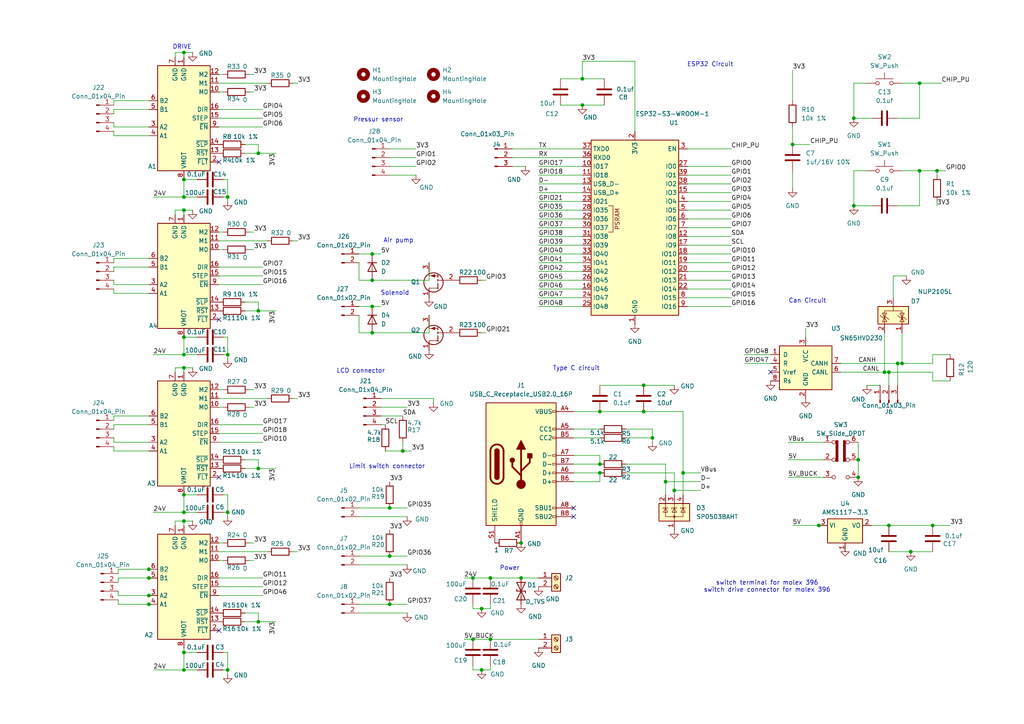
<source format=kicad_sch>
(kicad_sch (version 20250114) (generator "eeschema") (generator_version "9.0")
  (paper "A4")
  (text "Air pump" (at 115.57 69.85 0) (effects (font (size 1.27 1.27))))
  (text "Limit switch connector" (at 112.268 135.382 0) (effects (font (size 1.27 1.27))))
  (text "Solenoid" (at 114.554 85.09 0) (effects (font (size 1.27 1.27))))
  (text "Pressur sensor" (at 109.728 34.798 0) (effects (font (size 1.27 1.27))))
  (text "LCD connector" (at 104.648 107.696 0) (effects (font (size 1.27 1.27))))
  (text "Type C circuit" (at 167.132 106.934 0) (effects (font (size 1.27 1.27))))
  (text "Can Circuit\n\n" (at 234.188 88.392 0) (effects (font (size 1.27 1.27))))
  (text "Power" (at 147.828 164.846 0) (effects (font (size 1.27 1.27))))
  (text "ESP32 Circuit\n\n" (at 205.994 19.812 0) (effects (font (size 1.27 1.27))))
  (text "DRIVE" (at 52.832 13.716 0) (effects (font (size 1.27 1.27))))
  (text "switch terminal for molex 396\nswitch drive connector for molex 396\n" (at 222.504 170.18 0) (effects (font (size 1.27 1.27))))
  (junction (at 66.04 102.87))
  (junction (at 53.34 15.24))
  (junction (at 270.51 152.4))
  (junction (at 53.34 189.23))
  (junction (at 43.18 175.26))
  (junction (at 142.24 185.42))
  (junction (at 107.95 73.66))
  (junction (at 113.03 147.32))
  (junction (at 264.16 160.02))
  (junction (at 74.93 135.89))
  (junction (at 107.95 96.52))
  (junction (at 186.69 111.76))
  (junction (at 53.34 102.87))
  (junction (at 247.65 34.29))
  (junction (at 237.49 152.4))
  (junction (at 53.34 52.07))
  (junction (at 271.78 49.53))
  (junction (at 266.7 24.13))
  (junction (at 53.34 106.68))
  (junction (at 151.13 167.64))
  (junction (at 173.99 134.62))
  (junction (at 116.84 130.81))
  (junction (at 257.81 107.95))
  (junction (at 53.34 151.13))
  (junction (at 142.24 167.64))
  (junction (at 151.13 157.48))
  (junction (at 261.62 105.41))
  (junction (at 74.93 44.45))
  (junction (at 248.92 138.43))
  (junction (at 43.18 172.72))
  (junction (at 186.69 119.38))
  (junction (at 260.35 105.41))
  (junction (at 139.7 194.31))
  (junction (at 256.54 107.95))
  (junction (at 173.99 137.16))
  (junction (at 173.99 119.38))
  (junction (at 53.34 148.59))
  (junction (at 248.92 133.35))
  (junction (at 168.91 22.86))
  (junction (at 139.7 176.53))
  (junction (at 266.7 49.53))
  (junction (at 198.12 137.16))
  (junction (at 66.04 57.15))
  (junction (at 247.65 59.69))
  (junction (at 137.16 185.42))
  (junction (at 74.93 90.17))
  (junction (at 66.04 194.31))
  (junction (at 53.34 57.15))
  (junction (at 53.34 143.51))
  (junction (at 229.87 41.91))
  (junction (at 107.95 88.9))
  (junction (at 53.34 194.31))
  (junction (at 195.58 142.24))
  (junction (at 113.03 175.26))
  (junction (at 107.95 81.28))
  (junction (at 113.03 161.29))
  (junction (at 193.04 139.7))
  (junction (at 43.18 167.64))
  (junction (at 53.34 97.79))
  (junction (at 168.91 30.48))
  (junction (at 53.34 60.96))
  (junction (at 74.93 180.34))
  (junction (at 66.04 148.59))
  (junction (at 189.23 127))
  (junction (at 43.18 165.1))
  (junction (at 257.81 152.4))
  (junction (at 137.16 167.64))
  (no_connect (at 166.37 147.32))
  (no_connect (at 63.5 138.43))
  (no_connect (at 63.5 46.99))
  (no_connect (at 166.37 149.86))
  (no_connect (at 63.5 92.71))
  (no_connect (at 223.52 107.95))
  (no_connect (at 63.5 182.88))
  (wire (pts (xy 198.12 143.51) (xy 198.12 137.16)))
  (wire (pts (xy 142.24 194.31) (xy 139.7 194.31)))
  (wire (pts (xy 104.14 81.28) (xy 107.95 81.28)))
  (wire (pts (xy 53.34 97.79) (xy 53.34 96.52)))
  (wire (pts (xy 116.84 130.81) (xy 116.84 128.27)))
  (wire (pts (xy 173.99 119.38) (xy 166.37 119.38)))
  (wire (pts (xy 43.18 77.47) (xy 33.02 77.47)))
  (wire (pts (xy 173.99 111.76) (xy 186.69 111.76)))
  (wire (pts (xy 125.73 115.57) (xy 125.73 116.84)))
  (wire (pts (xy 261.62 105.41) (xy 270.51 105.41)))
  (wire (pts (xy 261.62 24.13) (xy 266.7 24.13)))
  (wire (pts (xy 110.49 120.65) (xy 116.84 120.65)))
  (wire (pts (xy 156.21 73.66) (xy 168.91 73.66)))
  (wire (pts (xy 251.46 111.76) (xy 255.27 111.76)))
  (wire (pts (xy 243.84 107.95) (xy 256.54 107.95)))
  (wire (pts (xy 156.21 66.04) (xy 168.91 66.04)))
  (wire (pts (xy 53.34 194.31) (xy 53.34 189.23)))
  (wire (pts (xy 256.54 107.95) (xy 257.81 107.95)))
  (wire (pts (xy 53.34 151.13) (xy 55.88 151.13)))
  (wire (pts (xy 80.01 180.34) (xy 74.93 180.34)))
  (wire (pts (xy 251.46 24.13) (xy 247.65 24.13)))
  (wire (pts (xy 229.87 152.4) (xy 237.49 152.4)))
  (wire (pts (xy 256.54 96.52) (xy 256.54 107.95)))
  (wire (pts (xy 166.37 139.7) (xy 173.99 139.7)))
  (wire (pts (xy 168.91 17.78) (xy 168.91 22.86)))
  (wire (pts (xy 124.46 81.28) (xy 124.46 76.2)))
  (wire (pts (xy 189.23 124.46) (xy 189.23 127)))
  (wire (pts (xy 63.5 24.13) (xy 77.47 24.13)))
  (wire (pts (xy 113.03 161.29) (xy 118.11 161.29)))
  (wire (pts (xy 199.39 55.88) (xy 212.09 55.88)))
  (wire (pts (xy 228.6 138.43) (xy 238.76 138.43)))
  (wire (pts (xy 43.18 123.19) (xy 33.02 123.19)))
  (wire (pts (xy 33.02 128.27) (xy 33.02 127)))
  (wire (pts (xy 53.34 60.96) (xy 55.88 60.96)))
  (wire (pts (xy 193.04 139.7) (xy 203.2 139.7)))
  (wire (pts (xy 43.18 130.81) (xy 33.02 130.81)))
  (wire (pts (xy 189.23 127) (xy 189.23 128.27)))
  (wire (pts (xy 139.7 96.52) (xy 140.97 96.52)))
  (wire (pts (xy 80.01 135.89) (xy 74.93 135.89)))
  (wire (pts (xy 50.8 152.4) (xy 50.8 151.13)))
  (wire (pts (xy 156.21 48.26) (xy 168.91 48.26)))
  (wire (pts (xy 53.34 189.23) (xy 53.34 187.96)))
  (wire (pts (xy 104.14 81.28) (xy 104.14 76.2)))
  (wire (pts (xy 175.26 30.48) (xy 168.91 30.48)))
  (wire (pts (xy 64.77 148.59) (xy 66.04 148.59)))
  (wire (pts (xy 64.77 143.51) (xy 66.04 143.51)))
  (wire (pts (xy 104.14 73.66) (xy 107.95 73.66)))
  (wire (pts (xy 74.93 180.34) (xy 71.12 180.34)))
  (wire (pts (xy 53.34 152.4) (xy 53.34 151.13)))
  (wire (pts (xy 80.01 90.17) (xy 74.93 90.17)))
  (wire (pts (xy 142.24 175.26) (xy 142.24 176.53)))
  (wire (pts (xy 168.91 30.48) (xy 162.56 30.48)))
  (wire (pts (xy 266.7 34.29) (xy 260.35 34.29)))
  (wire (pts (xy 245.11 158.75) (xy 245.11 160.02)))
  (wire (pts (xy 33.02 39.37) (xy 33.02 38.1)))
  (wire (pts (xy 134.62 185.42) (xy 137.16 185.42)))
  (wire (pts (xy 104.14 149.86) (xy 118.11 149.86)))
  (wire (pts (xy 229.87 41.91) (xy 234.95 41.91)))
  (wire (pts (xy 63.5 172.72) (xy 76.2 172.72)))
  (wire (pts (xy 73.66 118.11) (xy 72.39 118.11)))
  (wire (pts (xy 199.39 50.8) (xy 212.09 50.8)))
  (wire (pts (xy 199.39 81.28) (xy 212.09 81.28)))
  (wire (pts (xy 74.93 177.8) (xy 74.93 180.34)))
  (wire (pts (xy 53.34 148.59) (xy 53.34 143.51)))
  (wire (pts (xy 156.21 86.36) (xy 168.91 86.36)))
  (wire (pts (xy 156.21 76.2) (xy 168.91 76.2)))
  (wire (pts (xy 156.21 81.28) (xy 168.91 81.28)))
  (wire (pts (xy 57.15 52.07) (xy 53.34 52.07)))
  (wire (pts (xy 181.61 134.62) (xy 193.04 134.62)))
  (wire (pts (xy 184.15 17.78) (xy 168.91 17.78)))
  (wire (pts (xy 199.39 60.96) (xy 212.09 60.96)))
  (wire (pts (xy 199.39 73.66) (xy 212.09 73.66)))
  (wire (pts (xy 156.21 71.12) (xy 168.91 71.12)))
  (wire (pts (xy 198.12 119.38) (xy 186.69 119.38)))
  (wire (pts (xy 63.5 157.48) (xy 64.77 157.48)))
  (wire (pts (xy 243.84 105.41) (xy 260.35 105.41)))
  (wire (pts (xy 34.29 172.72) (xy 34.29 171.45)))
  (wire (pts (xy 71.12 133.35) (xy 74.93 133.35)))
  (wire (pts (xy 63.5 115.57) (xy 77.47 115.57)))
  (wire (pts (xy 186.69 111.76) (xy 195.58 111.76)))
  (wire (pts (xy 66.04 97.79) (xy 66.04 102.87)))
  (wire (pts (xy 166.37 132.08) (xy 173.99 132.08)))
  (wire (pts (xy 64.77 194.31) (xy 66.04 194.31)))
  (wire (pts (xy 166.37 124.46) (xy 173.99 124.46)))
  (wire (pts (xy 33.02 31.75) (xy 33.02 33.02)))
  (wire (pts (xy 86.36 115.57) (xy 85.09 115.57)))
  (wire (pts (xy 44.45 148.59) (xy 53.34 148.59)))
  (wire (pts (xy 166.37 127) (xy 173.99 127)))
  (wire (pts (xy 64.77 102.87) (xy 66.04 102.87)))
  (wire (pts (xy 107.95 81.28) (xy 124.46 81.28)))
  (wire (pts (xy 142.24 185.42) (xy 156.21 185.42)))
  (wire (pts (xy 104.14 177.8) (xy 118.11 177.8)))
  (wire (pts (xy 270.51 102.87) (xy 275.59 102.87)))
  (wire (pts (xy 33.02 85.09) (xy 33.02 83.82)))
  (wire (pts (xy 63.5 82.55) (xy 76.2 82.55)))
  (wire (pts (xy 166.37 134.62) (xy 173.99 134.62)))
  (wire (pts (xy 74.93 44.45) (xy 71.12 44.45)))
  (wire (pts (xy 63.5 80.01) (xy 76.2 80.01)))
  (wire (pts (xy 215.9 105.41) (xy 223.52 105.41)))
  (wire (pts (xy 34.29 167.64) (xy 34.29 168.91)))
  (wire (pts (xy 173.99 132.08) (xy 173.99 134.62)))
  (wire (pts (xy 34.29 175.26) (xy 34.29 173.99)))
  (wire (pts (xy 116.84 130.81) (xy 119.38 130.81)))
  (wire (pts (xy 248.92 133.35) (xy 248.92 138.43)))
  (wire (pts (xy 63.5 160.02) (xy 77.47 160.02)))
  (wire (pts (xy 57.15 57.15) (xy 53.34 57.15)))
  (wire (pts (xy 142.24 176.53) (xy 139.7 176.53)))
  (wire (pts (xy 33.02 130.81) (xy 33.02 129.54)))
  (wire (pts (xy 74.93 87.63) (xy 74.93 90.17)))
  (wire (pts (xy 33.02 77.47) (xy 33.02 78.74)))
  (wire (pts (xy 193.04 143.51) (xy 193.04 139.7)))
  (wire (pts (xy 74.93 135.89) (xy 71.12 135.89)))
  (wire (pts (xy 86.36 160.02) (xy 85.09 160.02)))
  (wire (pts (xy 199.39 66.04) (xy 212.09 66.04)))
  (wire (pts (xy 156.21 78.74) (xy 168.91 78.74)))
  (wire (pts (xy 43.18 82.55) (xy 33.02 82.55)))
  (wire (pts (xy 104.14 175.26) (xy 113.03 175.26)))
  (wire (pts (xy 270.51 105.41) (xy 270.51 102.87)))
  (wire (pts (xy 156.21 58.42) (xy 168.91 58.42)))
  (wire (pts (xy 50.8 16.51) (xy 50.8 15.24)))
  (wire (pts (xy 63.5 21.59) (xy 64.77 21.59)))
  (wire (pts (xy 63.5 31.75) (xy 76.2 31.75)))
  (wire (pts (xy 63.5 123.19) (xy 76.2 123.19)))
  (wire (pts (xy 266.7 49.53) (xy 266.7 59.69)))
  (wire (pts (xy 63.5 67.31) (xy 64.77 67.31)))
  (wire (pts (xy 237.49 152.4) (xy 240.03 152.4)))
  (wire (pts (xy 50.8 15.24) (xy 53.34 15.24)))
  (wire (pts (xy 199.39 58.42) (xy 212.09 58.42)))
  (wire (pts (xy 199.39 71.12) (xy 212.09 71.12)))
  (wire (pts (xy 248.92 128.27) (xy 248.92 133.35)))
  (wire (pts (xy 66.04 57.15) (xy 66.04 58.42)))
  (wire (pts (xy 270.51 160.02) (xy 264.16 160.02)))
  (wire (pts (xy 113.03 43.18) (xy 120.65 43.18)))
  (wire (pts (xy 63.5 26.67) (xy 64.77 26.67)))
  (wire (pts (xy 43.18 167.64) (xy 34.29 167.64)))
  (wire (pts (xy 43.18 175.26) (xy 34.29 175.26)))
  (wire (pts (xy 74.93 133.35) (xy 74.93 135.89)))
  (wire (pts (xy 71.12 41.91) (xy 74.93 41.91)))
  (wire (pts (xy 63.5 69.85) (xy 77.47 69.85)))
  (wire (pts (xy 266.7 24.13) (xy 273.05 24.13)))
  (wire (pts (xy 271.78 59.69) (xy 271.78 58.42)))
  (wire (pts (xy 199.39 86.36) (xy 212.09 86.36)))
  (wire (pts (xy 199.39 88.9) (xy 212.09 88.9)))
  (wire (pts (xy 86.36 69.85) (xy 85.09 69.85)))
  (wire (pts (xy 137.16 167.64) (xy 142.24 167.64)))
  (wire (pts (xy 156.21 88.9) (xy 168.91 88.9)))
  (wire (pts (xy 156.21 50.8) (xy 168.91 50.8)))
  (wire (pts (xy 257.81 107.95) (xy 257.81 111.76)))
  (wire (pts (xy 259.08 86.36) (xy 259.08 80.01)))
  (wire (pts (xy 233.68 95.25) (xy 233.68 97.79)))
  (wire (pts (xy 113.03 45.72) (xy 120.65 45.72)))
  (wire (pts (xy 162.56 22.86) (xy 168.91 22.86)))
  (wire (pts (xy 257.81 152.4) (xy 270.51 152.4)))
  (wire (pts (xy 199.39 68.58) (xy 212.09 68.58)))
  (wire (pts (xy 63.5 125.73) (xy 76.2 125.73)))
  (wire (pts (xy 43.18 31.75) (xy 33.02 31.75)))
  (wire (pts (xy 66.04 189.23) (xy 66.04 194.31)))
  (wire (pts (xy 270.51 107.95) (xy 270.51 110.49)))
  (wire (pts (xy 74.93 41.91) (xy 74.93 44.45)))
  (wire (pts (xy 43.18 128.27) (xy 33.02 128.27)))
  (wire (pts (xy 260.35 105.41) (xy 261.62 105.41)))
  (wire (pts (xy 43.18 36.83) (xy 33.02 36.83)))
  (wire (pts (xy 53.34 106.68) (xy 55.88 106.68)))
  (wire (pts (xy 156.21 83.82) (xy 168.91 83.82)))
  (wire (pts (xy 260.35 105.41) (xy 260.35 111.76)))
  (wire (pts (xy 168.91 22.86) (xy 175.26 22.86)))
  (wire (pts (xy 73.66 162.56) (xy 72.39 162.56)))
  (wire (pts (xy 63.5 170.18) (xy 76.2 170.18)))
  (wire (pts (xy 33.02 120.65) (xy 33.02 121.92)))
  (wire (pts (xy 33.02 74.93) (xy 33.02 76.2)))
  (wire (pts (xy 113.03 48.26) (xy 120.65 48.26)))
  (wire (pts (xy 229.87 49.53) (xy 229.87 54.61)))
  (wire (pts (xy 53.34 107.95) (xy 53.34 106.68)))
  (wire (pts (xy 73.66 113.03) (xy 72.39 113.03)))
  (wire (pts (xy 110.49 118.11) (xy 118.11 118.11)))
  (wire (pts (xy 57.15 143.51) (xy 53.34 143.51)))
  (wire (pts (xy 73.66 72.39) (xy 72.39 72.39)))
  (wire (pts (xy 104.14 88.9) (xy 107.95 88.9)))
  (wire (pts (xy 86.36 24.13) (xy 85.09 24.13)))
  (wire (pts (xy 229.87 20.32) (xy 229.87 29.21)))
  (wire (pts (xy 173.99 119.38) (xy 186.69 119.38)))
  (wire (pts (xy 74.93 90.17) (xy 71.12 90.17)))
  (wire (pts (xy 44.45 194.31) (xy 53.34 194.31)))
  (wire (pts (xy 270.51 110.49) (xy 275.59 110.49)))
  (wire (pts (xy 110.49 115.57) (xy 125.73 115.57)))
  (wire (pts (xy 73.66 21.59) (xy 72.39 21.59)))
  (wire (pts (xy 63.5 167.64) (xy 76.2 167.64)))
  (wire (pts (xy 44.45 175.26) (xy 43.18 175.26)))
  (wire (pts (xy 270.51 152.4) (xy 275.59 152.4)))
  (wire (pts (xy 148.59 45.72) (xy 168.91 45.72)))
  (wire (pts (xy 113.03 175.26) (xy 118.11 175.26)))
  (wire (pts (xy 266.7 24.13) (xy 266.7 34.29)))
  (wire (pts (xy 104.14 96.52) (xy 104.14 91.44)))
  (wire (pts (xy 53.34 62.23) (xy 53.34 60.96)))
  (wire (pts (xy 104.14 161.29) (xy 113.03 161.29)))
  (wire (pts (xy 53.34 15.24) (xy 55.88 15.24)))
  (wire (pts (xy 251.46 49.53) (xy 247.65 49.53)))
  (wire (pts (xy 43.18 39.37) (xy 33.02 39.37)))
  (wire (pts (xy 156.21 68.58) (xy 168.91 68.58)))
  (wire (pts (xy 252.73 59.69) (xy 247.65 59.69)))
  (wire (pts (xy 124.46 96.52) (xy 124.46 91.44)))
  (wire (pts (xy 271.78 50.8) (xy 271.78 49.53)))
  (wire (pts (xy 53.34 52.07) (xy 53.34 50.8)))
  (wire (pts (xy 44.45 172.72) (xy 43.18 172.72)))
  (wire (pts (xy 110.49 123.19) (xy 111.76 123.19)))
  (wire (pts (xy 156.21 63.5) (xy 168.91 63.5)))
  (wire (pts (xy 57.15 102.87) (xy 53.34 102.87)))
  (wire (pts (xy 63.5 72.39) (xy 64.77 72.39)))
  (wire (pts (xy 156.21 55.88) (xy 168.91 55.88)))
  (wire (pts (xy 43.18 120.65) (xy 33.02 120.65)))
  (wire (pts (xy 50.8 60.96) (xy 53.34 60.96)))
  (wire (pts (xy 63.5 118.11) (xy 64.77 118.11)))
  (wire (pts (xy 50.8 107.95) (xy 50.8 106.68)))
  (wire (pts (xy 57.15 194.31) (xy 53.34 194.31)))
  (wire (pts (xy 181.61 137.16) (xy 195.58 137.16)))
  (wire (pts (xy 63.5 34.29) (xy 76.2 34.29)))
  (wire (pts (xy 66.04 148.59) (xy 66.04 149.86)))
  (wire (pts (xy 63.5 113.03) (xy 64.77 113.03)))
  (wire (pts (xy 63.5 77.47) (xy 76.2 77.47)))
  (wire (pts (xy 195.58 142.24) (xy 195.58 137.16)))
  (wire (pts (xy 34.29 165.1) (xy 34.29 166.37)))
  (wire (pts (xy 66.04 194.31) (xy 66.04 195.58)))
  (wire (pts (xy 199.39 63.5) (xy 212.09 63.5)))
  (wire (pts (xy 166.37 137.16) (xy 173.99 137.16)))
  (wire (pts (xy 137.16 193.04) (xy 137.16 194.31)))
  (wire (pts (xy 199.39 43.18) (xy 212.09 43.18)))
  (wire (pts (xy 199.39 48.26) (xy 212.09 48.26)))
  (wire (pts (xy 199.39 76.2) (xy 212.09 76.2)))
  (wire (pts (xy 252.73 152.4) (xy 257.81 152.4)))
  (wire (pts (xy 50.8 151.13) (xy 53.34 151.13)))
  (wire (pts (xy 259.08 80.01) (xy 262.89 80.01)))
  (wire (pts (xy 181.61 127) (xy 189.23 127)))
  (wire (pts (xy 53.34 57.15) (xy 53.34 52.07)))
  (wire (pts (xy 148.59 43.18) (xy 168.91 43.18)))
  (wire (pts (xy 44.45 167.64) (xy 43.18 167.64)))
  (wire (pts (xy 43.18 74.93) (xy 33.02 74.93)))
  (wire (pts (xy 228.6 128.27) (xy 238.76 128.27)))
  (wire (pts (xy 137.16 185.42) (xy 142.24 185.42)))
  (wire (pts (xy 148.59 48.26) (xy 152.4 48.26)))
  (wire (pts (xy 73.66 26.67) (xy 72.39 26.67)))
  (wire (pts (xy 50.8 62.23) (xy 50.8 60.96)))
  (wire (pts (xy 137.16 176.53) (xy 139.7 176.53)))
  (wire (pts (xy 64.77 189.23) (xy 66.04 189.23)))
  (wire (pts (xy 261.62 96.52) (xy 261.62 105.41)))
  (wire (pts (xy 173.99 137.16) (xy 173.99 139.7)))
  (wire (pts (xy 44.45 102.87) (xy 53.34 102.87)))
  (wire (pts (xy 199.39 78.74) (xy 212.09 78.74)))
  (wire (pts (xy 33.02 123.19) (xy 33.02 124.46)))
  (wire (pts (xy 193.04 139.7) (xy 193.04 134.62)))
  (wire (pts (xy 66.04 143.51) (xy 66.04 148.59)))
  (wire (pts (xy 266.7 59.69) (xy 260.35 59.69)))
  (wire (pts (xy 33.02 36.83) (xy 33.02 35.56)))
  (wire (pts (xy 252.73 34.29) (xy 247.65 34.29)))
  (wire (pts (xy 53.34 102.87) (xy 53.34 97.79)))
  (wire (pts (xy 33.02 82.55) (xy 33.02 81.28)))
  (wire (pts (xy 104.14 163.83) (xy 118.11 163.83)))
  (wire (pts (xy 134.62 167.64) (xy 137.16 167.64)))
  (wire (pts (xy 43.18 165.1) (xy 34.29 165.1)))
  (wire (pts (xy 142.24 167.64) (xy 151.13 167.64)))
  (wire (pts (xy 63.5 162.56) (xy 64.77 162.56)))
  (wire (pts (xy 107.95 73.66) (xy 110.49 73.66)))
  (wire (pts (xy 53.34 16.51) (xy 53.34 15.24)))
  (wire (pts (xy 33.02 29.21) (xy 33.02 30.48)))
  (wire (pts (xy 73.66 67.31) (xy 72.39 67.31)))
  (wire (pts (xy 104.14 96.52) (xy 107.95 96.52)))
  (wire (pts (xy 137.16 194.31) (xy 139.7 194.31)))
  (wire (pts (xy 57.15 189.23) (xy 53.34 189.23)))
  (wire (pts (xy 228.6 133.35) (xy 238.76 133.35)))
  (wire (pts (xy 107.95 96.52) (xy 124.46 96.52)))
  (wire (pts (xy 64.77 52.07) (xy 66.04 52.07)))
  (wire (pts (xy 199.39 83.82) (xy 212.09 83.82)))
  (wire (pts (xy 64.77 97.79) (xy 66.04 97.79)))
  (wire (pts (xy 73.66 157.48) (xy 72.39 157.48)))
  (wire (pts (xy 113.03 50.8) (xy 120.65 50.8)))
  (wire (pts (xy 64.77 57.15) (xy 66.04 57.15)))
  (wire (pts (xy 80.01 44.45) (xy 74.93 44.45)))
  (wire (pts (xy 57.15 97.79) (xy 53.34 97.79)))
  (wire (pts (xy 44.45 57.15) (xy 53.34 57.15)))
  (wire (pts (xy 181.61 124.46) (xy 189.23 124.46)))
  (wire (pts (xy 247.65 24.13) (xy 247.65 34.29)))
  (wire (pts (xy 142.24 193.04) (xy 142.24 194.31)))
  (wire (pts (xy 71.12 177.8) (xy 74.93 177.8)))
  (wire (pts (xy 43.18 172.72) (xy 34.29 172.72)))
  (wire (pts (xy 71.12 87.63) (xy 74.93 87.63)))
  (wire (pts (xy 139.7 81.28) (xy 140.97 81.28)))
  (wire (pts (xy 257.81 107.95) (xy 270.51 107.95)))
  (wire (pts (xy 53.34 143.51) (xy 53.34 142.24)))
  (wire (pts (xy 43.18 85.09) (xy 33.02 85.09)))
  (wire (pts (xy 66.04 102.87) (xy 66.04 104.14)))
  (wire (pts (xy 137.16 175.26) (xy 137.16 176.53)))
  (wire (pts (xy 266.7 49.53) (xy 271.78 49.53)))
  (wire (pts (xy 50.8 106.68) (xy 53.34 106.68)))
  (wire (pts (xy 44.45 165.1) (xy 43.18 165.1)))
  (wire (pts (xy 57.15 148.59) (xy 53.34 148.59)))
  (wire (pts (xy 229.87 36.83) (xy 229.87 41.91)))
  (wire (pts (xy 271.78 49.53) (xy 274.32 49.53)))
  (wire (pts (xy 198.12 137.16) (xy 198.12 119.38)))
  (wire (pts (xy 198.12 137.16) (xy 203.2 137.16)))
  (wire (pts (xy 111.76 130.81) (xy 116.84 130.81)))
  (wire (pts (xy 107.95 88.9) (xy 110.49 88.9)))
  (wire (pts (xy 151.13 167.64) (xy 156.21 167.64)))
  (wire (pts (xy 195.58 142.24) (xy 203.2 142.24)))
  (wire (pts (xy 63.5 128.27) (xy 76.2 128.27)))
  (wire (pts (xy 43.18 29.21) (xy 33.02 29.21)))
  (wire (pts (xy 247.65 49.53) (xy 247.65 59.69)))
  (wire (pts (xy 264.16 160.02) (xy 257.81 160.02)))
  (wire (pts (xy 66.04 52.07) (xy 66.04 57.15)))
  (wire (pts (xy 184.15 38.1) (xy 184.15 17.78)))
  (wire (pts (xy 104.14 147.32) (xy 113.03 147.32)))
  (wire (pts (xy 63.5 36.83) (xy 76.2 36.83)))
  (wire (pts (xy 199.39 53.34) (xy 212.09 53.34)))
  (wire (pts (xy 113.03 147.32) (xy 118.11 147.32)))
  (wire (pts (xy 266.7 49.53) (xy 261.62 49.53)))
  (wire (pts (xy 156.21 53.34) (xy 168.91 53.34)))
  (wire (pts (xy 195.58 143.51) (xy 195.58 142.24)))
  (wire (pts (xy 156.21 60.96) (xy 168.91 60.96)))
  (wire (pts (xy 215.9 102.87) (xy 223.52 102.87)))
  (label "3V3" (at 73.66 67.31 0))
  (label "VBus" (at 228.6 128.27 0))
  (label "3V3" (at 86.36 160.02 0))
  (label "5V" (at 228.6 133.35 0))
  (label "GPIO37" (at 118.11 175.26 0))
  (label "GPIO2" (at 212.09 53.34 0))
  (label "GPIO6" (at 212.09 63.5 0))
  (label "RX" (at 156.21 45.72 0))
  (label "GPIO3" (at 212.09 55.88 0))
  (label "3V3" (at 275.59 152.4 0))
  (label "SCL" (at 111.76 123.19 0))
  (label "D+" (at 156.21 55.88 0))
  (label "GPIO0" (at 274.32 49.53 0))
  (label "3V3" (at 73.66 113.03 0))
  (label "GPIO36" (at 156.21 63.5 0))
  (label "D+" (at 203.2 142.24 0))
  (label "GPIO47" (at 156.21 86.36 0))
  (label "GPIO39" (at 156.21 71.12 0))
  (label "3V3" (at 73.66 157.48 0))
  (label "GPIO3" (at 140.97 81.28 0))
  (label "24V" (at 134.62 167.64 0))
  (label "3V3" (at 73.66 162.56 0))
  (label "GPIO16" (at 212.09 88.9 0))
  (label "3V3" (at 80.01 135.89 270))
  (label "GPIO6" (at 76.2 36.83 0))
  (label "VBus" (at 203.2 137.16 0))
  (label "GPIO7" (at 212.09 66.04 0))
  (label "GPIO11" (at 212.09 76.2 0))
  (label "3V3" (at 73.66 26.67 0))
  (label "3V3" (at 113.03 167.64 0))
  (label "3V3" (at 113.03 139.7 0))
  (label "5V" (at 229.87 152.4 0))
  (label "5V" (at 110.49 88.9 0))
  (label "3V3" (at 80.01 180.34 270))
  (label "GPIO47" (at 215.9 105.41 0))
  (label "3V3" (at 80.01 90.17 270))
  (label "5V" (at 110.49 73.66 0))
  (label "GPIO41" (at 156.21 76.2 0))
  (label "3V3" (at 113.03 153.67 0))
  (label "3V3" (at 271.78 59.69 0))
  (label "GPIO13" (at 212.09 81.28 0))
  (label "3V3" (at 168.91 17.78 0))
  (label "GPIO0" (at 212.09 48.26 0))
  (label "24V" (at 44.45 194.31 0))
  (label "GPIO42" (at 156.21 78.74 0))
  (label "3V3" (at 118.11 118.11 0))
  (label "GPIO48" (at 156.21 88.9 0))
  (label "GPIO2" (at 120.65 48.26 0))
  (label "GPIO15" (at 76.2 80.01 0))
  (label "SCL" (at 212.09 71.12 0))
  (label "CANL" (at 250.19 107.95 0))
  (label "GPIO37" (at 156.21 66.04 0))
  (label "GPIO46" (at 76.2 172.72 0))
  (label "GPIO1" (at 120.65 45.72 0))
  (label "GPIO18" (at 156.21 50.8 0))
  (label "3V3" (at 120.65 43.18 0))
  (label "GPIO46" (at 156.21 83.82 0))
  (label "3V3" (at 80.01 44.45 270))
  (label "3V3" (at 233.68 95.25 0))
  (label "3V3" (at 119.38 130.81 0))
  (label "3V3" (at 86.36 69.85 0))
  (label "SDA" (at 212.09 68.58 0))
  (label "24V" (at 44.45 102.87 0))
  (label "GPIO17" (at 156.21 48.26 0))
  (label "5V_BUCK" (at 134.62 185.42 0))
  (label "GPIO38" (at 156.21 68.58 0))
  (label "GPIO48" (at 215.9 102.87 0))
  (label "GPIO45" (at 156.21 81.28 0))
  (label "GPIO10" (at 212.09 73.66 0))
  (label "3V3" (at 73.66 72.39 0))
  (label "GPIO12" (at 212.09 78.74 0))
  (label "CHIP_PU" (at 212.09 43.18 0))
  (label "3V3" (at 86.36 115.57 0))
  (label "GPIO21" (at 156.21 58.42 0))
  (label "GPIO18" (at 76.2 125.73 0))
  (label "D-" (at 156.21 53.34 0))
  (label "GPIO4" (at 76.2 31.75 0))
  (label "GPIO16" (at 76.2 82.55 0))
  (label "GPIO36" (at 118.11 161.29 0))
  (label "GPIO7" (at 76.2 77.47 0))
  (label "CHIP_PU" (at 234.95 41.91 0))
  (label "GPIO14" (at 212.09 83.82 0))
  (label "GPIO11" (at 76.2 167.64 0))
  (label "5V_BUCK" (at 228.6 138.43 0))
  (label "GPIO35" (at 156.21 60.96 0))
  (label "CANH" (at 248.92 105.41 0))
  (label "TX" (at 156.21 43.18 0))
  (label "D-" (at 203.2 139.7 0))
  (label "GPIO4" (at 212.09 58.42 0))
  (label "GPIO15" (at 212.09 86.36 0))
  (label "GPIO1" (at 212.09 50.8 0))
  (label "GPIO12" (at 76.2 170.18 0))
  (label "GPIO21" (at 140.97 96.52 0))
  (label "SDA" (at 116.84 120.65 0))
  (label "GPIO35" (at 118.11 147.32 0))
  (label "GPIO5" (at 76.2 34.29 0))
  (label "CHIP_PU" (at 273.05 24.13 0))
  (label "GPIO17" (at 76.2 123.19 0))
  (label "3V3" (at 73.66 118.11 0))
  (label "24V" (at 44.45 148.59 0))
  (label "3V3" (at 86.36 24.13 0))
  (label "24V" (at 44.45 57.15 0))
  (label "3V3" (at 229.87 20.32 0))
  (label "GPIO40" (at 156.21 73.66 0))
  (label "GPIO10" (at 76.2 128.27 0))
  (label "GPIO5" (at 212.09 60.96 0))
  (label "3V3" (at 73.66 21.59 0))
  (symbol (lib_id "power:GND") (at 251.46 111.76 0) (unit 1)
    (property "Reference" "#PWR037" (effects (hide yes)))
    (property "Value" "GND" (at 248.92 115.824 0))
    (property "Description" "Power symbol creates a global label with name \"GND\" , ground" (effects (hide yes)))
  )
  (symbol (lib_id "Device:C") (at 256.54 59.69 270) (unit 1)
    (property "Reference" "C9" (at 256.54 52.07 90))
    (property "Value" "0.1uf" (at 256.54 54.61 90))
    (property "Footprint" "Capacitor_SMD:C_0603_1608Metric_Pad1.08x0.95mm_HandSolder" (effects (hide yes)))
    (property "Description" "Unpolarized capacitor" (effects (hide yes)))
  )
  (symbol (lib_id "power:GND") (at 139.7 176.53 0) (unit 1)
    (property "Reference" "#PWR036" (effects (hide yes)))
    (property "Value" "GND" (at 144.272 177.8 0))
    (property "Description" "Power symbol creates a global label with name \"GND\" , ground" (effects (hide yes)))
  )
  (symbol (lib_id "Mechanical:MountingHole") (at 105.41 27.94 0) (unit 1) (in_bom no)
    (property "Reference" "H3" (at 107.95 26.6699 0) (effects (justify left)))
    (property "Value" "MountingHole" (at 107.95 29.2099 0) (effects (justify left)))
    (property "Footprint" "MountingHole:MountingHole_3.2mm_M3" (effects (hide yes)))
    (property "Description" "Mounting Hole without connection" (effects (hide yes)))
  )
  (symbol (lib_id "Device:R") (at 147.32 157.48 90) (unit 1)
    (property "Reference" "R7" (at 147.574 159.766 90))
    (property "Value" "1" (at 144.018 159.512 90))
    (property "Footprint" "Resistor_SMD:R_0603_1608Metric_Pad0.98x0.95mm_HandSolder" (effects (hide yes)))
    (property "Description" "Resistor" (effects (hide yes)))
  )
  (symbol (lib_id "Connector:Conn_01x02_Pin") (at 99.06 161.29 0) (unit 1)
    (property "Reference" "J7" (at 99.695 156.21 0))
    (property "Value" "Conn_01x02_Pin" (at 99.695 158.75 0))
    (property "Footprint" "Connector_Molex:Molex_KK-254_AE-6410-02A_1x02_P2.54mm_Vertical" (effects (hide yes)))
    (property "Description" "Generic connector, single row, 01x02, script generated" (effects (hide yes)))
  )
  (symbol (lib_id "power:GND") (at 66.04 104.14 0) (unit 1)
    (property "Reference" "#PWR027" (effects (hide yes)))
    (property "Value" "GND" (at 69.85 104.394 0))
    (property "Description" "Power symbol creates a global label with name \"GND\" , ground" (effects (hide yes)))
  )
  (symbol (lib_id "Device:R") (at 67.31 180.34 270) (unit 1)
    (property "Reference" "R16" (at 64.516 182.372 90) (effects (justify left)))
    (property "Value" "10k 1%" (at 68.58 182.372 90) (effects (justify left)))
    (property "Footprint" "Resistor_SMD:R_0603_1608Metric_Pad0.98x0.95mm_HandSolder" (effects (hide yes)))
    (property "Description" "Resistor" (effects (hide yes)))
  )
  (symbol (lib_id "Device:R") (at 68.58 21.59 270) (unit 1)
    (property "Reference" "R33" (at 65.786 19.304 90) (effects (justify left)))
    (property "Value" "0" (at 70.358 19.304 90) (effects (justify left)))
    (property "Footprint" "Resistor_SMD:R_0603_1608Metric_Pad0.98x0.95mm_HandSolder" (effects (hide yes)))
    (property "Description" "Resistor" (effects (hide yes)))
  )
  (symbol (lib_id "Device:C") (at 137.16 189.23 0) (unit 1)
    (property "Reference" "C19" (at 133.604 191.516 0))
    (property "Value" "100uF" (at 132.334 187.198 0))
    (property "Footprint" "Capacitor_SMD:CP_Elec_8x10" (effects (hide yes)))
    (property "Description" "Unpolarized capacitor" (effects (hide yes)))
  )
  (symbol (lib_id "Connector:Conn_01x04_Pin") (at 107.95 45.72 0) (unit 1)
    (property "Reference" "J28" (at 108.585 38.1 0))
    (property "Value" "Conn_01x04_Pin" (at 108.585 40.64 0))
    (property "Footprint" "Connector_PinSocket_2.54mm:PinSocket_1x04_P2.54mm_Vertical" (effects (hide yes)))
    (property "Description" "Generic connector, single row, 01x04, script generated" (effects (hide yes)))
  )
  (symbol (lib_id "Device:R") (at 177.8 127 90) (unit 1)
    (property "Reference" "R6" (at 181.61 128.016 90))
    (property "Value" "5.1k" (at 173.228 128.016 90))
    (property "Footprint" "Resistor_SMD:R_0603_1608Metric_Pad0.98x0.95mm_HandSolder" (effects (hide yes)))
    (property "Description" "Resistor" (effects (hide yes)))
  )
  (symbol (lib_id "Connector:Conn_01x03_Pin") (at 257.81 116.84 90) (unit 1)
    (property "Reference" "J6" (at 257.81 119.38 90))
    (property "Value" "Conn_01x03_Pin" (at 257.81 117.602 90))
    (property "Footprint" "Connector_Molex:Molex_KK-254_AE-6410-03A_1x03_P2.54mm_Vertical" (effects (hide yes)))
    (property "Description" "Generic connector, single row, 01x03, script generated" (effects (hide yes)))
  )
  (symbol (lib_id "Device:R") (at 68.58 72.39 270) (unit 1)
    (property "Reference" "R31" (at 65.786 74.422 90) (effects (justify left)))
    (property "Value" "0" (at 70.358 74.676 90) (effects (justify left)))
    (property "Footprint" "Resistor_SMD:R_0603_1608Metric_Pad0.98x0.95mm_HandSolder" (effects (hide yes)))
    (property "Description" "Resistor" (effects (hide yes)))
  )
  (symbol (lib_id "Driver_Motor:Pololu_Breakout_DRV8825") (at 53.34 36.83 180) (unit 1)
    (property "Reference" "A1" (at 42.926 48.26 0) (effects (justify right)))
    (property "Value" "Pololu_Breakout_DRV8825" (effects (hide yes)))
    (property "Footprint" "Module:Pololu_Breakout-16_15.2x20.3mm" (effects (hide yes)))
    (property "Datasheet" "https://www.pololu.com/product/2982" (effects (hide yes)))
    (property "Description" "Pololu Breakout Board, Stepper Driver DRV8825" (effects (hide yes)))
  )
  (symbol (lib_id "Driver_Motor:Pololu_Breakout_DRV8825") (at 53.34 82.55 180) (unit 1)
    (property "Reference" "A4" (at 43.18 94.488 0) (effects (justify right)))
    (property "Value" "Pololu_Breakout_DRV8825" (effects (hide yes)))
    (property "Footprint" "Module:Pololu_Breakout-16_15.2x20.3mm" (effects (hide yes)))
    (property "Datasheet" "https://www.pololu.com/product/2982" (effects (hide yes)))
    (property "Description" "Pololu Breakout Board, Stepper Driver DRV8825" (effects (hide yes)))
  )
  (symbol (lib_id "power:GND") (at 55.88 60.96 0) (unit 1)
    (property "Reference" "#PWR020" (effects (hide yes)))
    (property "Value" "GND" (at 59.69 61.214 0))
    (property "Description" "Power symbol creates a global label with name \"GND\" , ground" (effects (hide yes)))
  )
  (symbol (lib_id "Connector:Conn_01x03_Pin") (at 143.51 45.72 0) (unit 1)
    (property "Reference" "J4" (at 144.018 41.91 0))
    (property "Value" "Conn_01x03_Pin" (at 141.351 38.862 0))
    (property "Footprint" "Connector_PinHeader_2.54mm:PinHeader_1x03_P2.54mm_Vertical" (effects (hide yes)))
    (property "Description" "Generic connector, single row, 01x03, script generated" (effects (hide yes)))
  )
  (symbol (lib_id "Device:C") (at 60.96 189.23 90) (unit 1)
    (property "Reference" "C3" (at 63.754 187.706 90))
    (property "Value" "0.1uF" (at 56.896 187.706 90))
    (property "Footprint" "Capacitor_SMD:C_0603_1608Metric_Pad1.08x0.95mm_HandSolder" (effects (hide yes)))
    (property "Description" "Unpolarized capacitor" (effects (hide yes)))
  )
  (symbol (lib_id "Driver_Motor:Pololu_Breakout_DRV8825") (at 53.34 128.27 180) (unit 1)
    (property "Reference" "A3" (at 42.672 140.208 0) (effects (justify right)))
    (property "Value" "Pololu_Breakout_DRV8825" (effects (hide yes)))
    (property "Footprint" "Module:Pololu_Breakout-16_15.2x20.3mm" (effects (hide yes)))
    (property "Datasheet" "https://www.pololu.com/product/2982" (effects (hide yes)))
    (property "Description" "Pololu Breakout Board, Stepper Driver DRV8825" (effects (hide yes)))
  )
  (symbol (lib_id "Device:R") (at 135.89 96.52 270) (unit 1)
    (property "Reference" "R23" (at 133.096 94.234 90) (effects (justify left)))
    (property "Value" "100" (at 137.16 94.234 90) (effects (justify left)))
    (property "Footprint" "Resistor_SMD:R_0603_1608Metric_Pad0.98x0.95mm_HandSolder" (effects (hide yes)))
    (property "Description" "Resistor" (effects (hide yes)))
  )
  (symbol (lib_id "Device:R") (at 229.87 33.02 0) (unit 1)
    (property "Reference" "R10" (at 232.41 31.7499 0) (effects (justify left)))
    (property "Value" "10k 1%" (at 232.41 34.2899 0) (effects (justify left)))
    (property "Footprint" "Resistor_SMD:R_0603_1608Metric_Pad0.98x0.95mm_HandSolder" (effects (hide yes)))
    (property "Description" "Resistor" (effects (hide yes)))
  )
  (symbol (lib_id "power:GND") (at 124.46 86.36 0) (unit 1)
    (property "Reference" "#PWR09" (effects (hide yes)))
    (property "Value" "GND" (at 127.762 88.9 0))
    (property "Description" "Power symbol creates a global label with name \"GND\" , ground" (effects (hide yes)))
  )
  (symbol (lib_id "Switch:SW_Slide_DPDT") (at 243.84 133.35 0) (unit 1)
    (property "Reference" "SW3" (at 243.84 123.19 0))
    (property "Value" "SW_Slide_DPDT" (at 243.84 125.73 0))
    (property "Footprint" "SLW-1278105:SW_SLW-1678105-6A-N-D" (effects (hide yes)))
    (property "Description" "Slide Switch, dual pole double throw" (effects (hide yes)))
  )
  (symbol (lib_id "power:GND") (at 118.11 163.83 0) (unit 1)
    (property "Reference" "#PWR033" (effects (hide yes)))
    (property "Value" "GND" (at 121.666 165.608 0))
    (property "Description" "Power symbol creates a global label with name \"GND\" , ground" (effects (hide yes)))
  )
  (symbol (lib_id "Device:R") (at 177.8 134.62 90) (unit 1)
    (property "Reference" "R3" (at 181.61 136.144 90))
    (property "Value" "22" (at 177.8 132.588 90))
    (property "Footprint" "Resistor_SMD:R_0603_1608Metric_Pad0.98x0.95mm_HandSolder" (effects (hide yes)))
    (property "Description" "Resistor" (effects (hide yes)))
  )
  (symbol (lib_id "Device:C") (at 186.69 115.57 0) (unit 1)
    (property "Reference" "C2" (at 190.5 114.2999 0) (effects (justify left)))
    (property "Value" "10uf" (at 190.5 116.8399 0) (effects (justify left)))
    (property "Footprint" "Capacitor_SMD:C_0603_1608Metric_Pad1.08x0.95mm_HandSolder" (effects (hide yes)))
    (property "Description" "Unpolarized capacitor" (effects (hide yes)))
  )
  (symbol (lib_id "power:GND") (at 247.65 59.69 0) (unit 1)
    (property "Reference" "#PWR014" (effects (hide yes)))
    (property "Value" "GND" (at 247.65 64.77 0))
    (property "Description" "Power symbol creates a global label with name \"GND\" , ground" (effects (hide yes)))
  )
  (symbol (lib_id "Device:R") (at 81.28 115.57 270) (unit 1)
    (property "Reference" "R29" (at 78.486 113.284 90) (effects (justify left)))
    (property "Value" "0" (at 83.058 113.284 90) (effects (justify left)))
    (property "Footprint" "Resistor_SMD:R_0603_1608Metric_Pad0.98x0.95mm_HandSolder" (effects (hide yes)))
    (property "Description" "Resistor" (effects (hide yes)))
  )
  (symbol (lib_id "Device:C") (at 60.96 194.31 90) (unit 1)
    (property "Reference" "C4" (at 63.754 192.786 90))
    (property "Value" "100uF" (at 56.642 193.04 90))
    (property "Footprint" "Capacitor_SMD:CP_Elec_8x10" (effects (hide yes)))
    (property "Description" "Unpolarized capacitor" (effects (hide yes)))
  )
  (symbol (lib_id "power:GND") (at 156.21 187.96 0) (unit 1)
    (property "Reference" "#PWR06" (effects (hide yes)))
    (property "Value" "GND" (at 156.21 193.04 0))
    (property "Description" "Power symbol creates a global label with name \"GND\" , ground" (effects (hide yes)))
  )
  (symbol (lib_id "Device:R") (at 67.31 87.63 270) (unit 1)
    (property "Reference" "R9" (at 64.516 85.344 90) (effects (justify left)))
    (property "Value" "10k 1%" (at 67.564 85.344 90) (effects (justify left)))
    (property "Footprint" "Resistor_SMD:R_0603_1608Metric_Pad0.98x0.95mm_HandSolder" (effects (hide yes)))
    (property "Description" "Resistor" (effects (hide yes)))
  )
  (symbol (lib_id "power:GND") (at 55.88 151.13 0) (unit 1)
    (property "Reference" "#PWR018" (effects (hide yes)))
    (property "Value" "GND" (at 59.69 151.384 0))
    (property "Description" "Power symbol creates a global label with name \"GND\" , ground" (effects (hide yes)))
  )
  (symbol (lib_id "power:GND") (at 233.68 115.57 0) (unit 1)
    (property "Reference" "#PWR012" (effects (hide yes)))
    (property "Value" "GND" (at 233.68 120.65 0))
    (property "Description" "Power symbol creates a global label with name \"GND\" , ground" (effects (hide yes)))
  )
  (symbol (lib_id "Device:R") (at 68.58 26.67 270) (unit 1)
    (property "Reference" "R34" (at 65.786 28.702 90) (effects (justify left)))
    (property "Value" "0" (at 70.358 28.956 90) (effects (justify left)))
    (property "Footprint" "Resistor_SMD:R_0603_1608Metric_Pad0.98x0.95mm_HandSolder" (effects (hide yes)))
    (property "Description" "Resistor" (effects (hide yes)))
  )
  (symbol (lib_id "power:GND") (at 55.88 15.24 0) (unit 1)
    (property "Reference" "#PWR021" (effects (hide yes)))
    (property "Value" "GND" (at 59.69 15.494 0))
    (property "Description" "Power symbol creates a global label with name \"GND\" , ground" (effects (hide yes)))
  )
  (symbol (lib_id "Device:C") (at 256.54 34.29 270) (unit 1)
    (property "Reference" "C13" (at 256.54 26.67 90))
    (property "Value" "0.1uf" (at 256.54 29.21 90))
    (property "Footprint" "Capacitor_SMD:C_0603_1608Metric_Pad1.08x0.95mm_HandSolder" (effects (hide yes)))
    (property "Description" "Unpolarized capacitor" (effects (hide yes)))
  )
  (symbol (lib_id "Switch:SW_Push") (at 256.54 49.53 0) (unit 1)
    (property "Reference" "SW1" (at 256.54 41.91 0))
    (property "Value" "SW_Push" (at 256.54 44.45 0))
    (property "Footprint" "Button_Switch_SMD:SW_SPST_PTS647_Sx38" (effects (hide yes)))
    (property "Description" "Push button switch, generic, two pins" (effects (hide yes)))
  )
  (symbol (lib_id "Device:R") (at 67.31 41.91 270) (unit 1)
    (property "Reference" "R8" (at 64.516 39.624 90) (effects (justify left)))
    (property "Value" "10k 1%" (at 67.564 39.624 90) (effects (justify left)))
    (property "Footprint" "Resistor_SMD:R_0603_1608Metric_Pad0.98x0.95mm_HandSolder" (effects (hide yes)))
    (property "Description" "Resistor" (effects (hide yes)))
  )
  (symbol (lib_id "Connector:Conn_01x02_Pin") (at 99.06 175.26 0) (unit 1)
    (property "Reference" "J8" (at 99.695 170.18 0))
    (property "Value" "Conn_01x02_Pin" (at 99.695 172.72 0))
    (property "Footprint" "Connector_Molex:Molex_KK-254_AE-6410-02A_1x02_P2.54mm_Vertical" (effects (hide yes)))
    (property "Description" "Generic connector, single row, 01x02, script generated" (effects (hide yes)))
  )
  (symbol (lib_id "Device:R") (at 67.31 135.89 270) (unit 1)
    (property "Reference" "R14" (at 64.516 137.922 90) (effects (justify left)))
    (property "Value" "10k 1%" (at 68.326 137.922 90) (effects (justify left)))
    (property "Footprint" "Resistor_SMD:R_0603_1608Metric_Pad0.98x0.95mm_HandSolder" (effects (hide yes)))
    (property "Description" "Resistor" (effects (hide yes)))
  )
  (symbol (lib_id "Connector:Screw_Terminal_01x02") (at 161.29 185.42 0) (unit 1)
    (property "Reference" "J3" (at 163.83 185.4199 0) (effects (justify left)))
    (property "Value" "Screw_Terminal_01x02" (effects (hide yes)))
    (property "Footprint" "Connector_Molex:Molex_KK-396_A-41792-0002_1x02_P3.96mm_Horizontal" (effects (hide yes)))
    (property "Description" "Generic screw terminal, single row, 01x02, script generated (kicad-library-utils/schlib/autogen/connector/)" (effects (hide yes)))
  )
  (symbol (lib_id "Device:R") (at 68.58 118.11 270) (unit 1)
    (property "Reference" "R28" (at 65.786 120.142 90) (effects (justify left)))
    (property "Value" "0" (at 70.358 120.396 90) (effects (justify left)))
    (property "Footprint" "Resistor_SMD:R_0603_1608Metric_Pad0.98x0.95mm_HandSolder" (effects (hide yes)))
    (property "Description" "Resistor" (effects (hide yes)))
  )
  (symbol (lib_id "Device:C") (at 60.96 143.51 90) (unit 1)
    (property "Reference" "C5" (at 63.754 141.986 90))
    (property "Value" "0.1uF" (at 56.896 141.986 90))
    (property "Footprint" "Capacitor_SMD:C_0603_1608Metric_Pad1.08x0.95mm_HandSolder" (effects (hide yes)))
    (property "Description" "Unpolarized capacitor" (effects (hide yes)))
  )
  (symbol (lib_id "Device:D") (at 107.95 92.71 270) (unit 1)
    (property "Reference" "D4" (at 110.49 91.4399 90) (effects (justify left)))
    (property "Value" "D" (at 110.49 93.9799 90) (effects (justify left)))
    (property "Footprint" "Diode_SMD:D_SMB" (effects (hide yes)))
    (property "Description" "Diode" (effects (hide yes)))
    (property "Sim.Device" "D" (effects (hide yes)))
    (property "Sim.Pins" "1=K 2=A" (effects (hide yes)))
  )
  (symbol (lib_id "power:GND") (at 245.11 158.75 0) (unit 1)
    (property "Reference" "#PWR025" (effects (hide yes)))
    (property "Value" "GND" (at 249.428 160.528 0))
    (property "Description" "Power symbol creates a global label with name \"GND\" , ground" (effects (hide yes)))
  )
  (symbol (lib_id "Driver_Motor:Pololu_Breakout_DRV8825") (at 53.34 172.72 180) (unit 1)
    (property "Reference" "A2" (at 41.91 184.15 0) (effects (justify right)))
    (property "Value" "Pololu_Breakout_DRV8825" (effects (hide yes)))
    (property "Footprint" "Module:Pololu_Breakout-16_15.2x20.3mm" (effects (hide yes)))
    (property "Datasheet" "https://www.pololu.com/product/2982" (effects (hide yes)))
    (property "Description" "Pololu Breakout Board, Stepper Driver DRV8825" (effects (hide yes)))
  )
  (symbol (lib_id "power:GND") (at 151.13 157.48 0) (unit 1)
    (property "Reference" "#PWR02" (effects (hide yes)))
    (property "Value" "GND" (at 154.94 157.734 0))
    (property "Description" "Power symbol creates a global label with name \"GND\" , ground" (effects (hide yes)))
  )
  (symbol (lib_id "Device:R") (at 81.28 160.02 270) (unit 1)
    (property "Reference" "R25" (at 78.486 157.734 90) (effects (justify left)))
    (property "Value" "0" (at 83.058 157.734 90) (effects (justify left)))
    (property "Footprint" "Resistor_SMD:R_0603_1608Metric_Pad0.98x0.95mm_HandSolder" (effects (hide yes)))
    (property "Description" "Resistor" (effects (hide yes)))
  )
  (symbol (lib_id "Device:R") (at 67.31 44.45 270) (unit 1)
    (property "Reference" "R4" (at 64.516 46.482 90) (effects (justify left)))
    (property "Value" "10k 1%" (at 66.802 46.482 90) (effects (justify left)))
    (property "Footprint" "Resistor_SMD:R_0603_1608Metric_Pad0.98x0.95mm_HandSolder" (effects (hide yes)))
    (property "Description" "Resistor" (effects (hide yes)))
  )
  (symbol (lib_id "Device:C") (at 60.96 52.07 90) (unit 1)
    (property "Reference" "C14" (at 63.754 50.546 90))
    (property "Value" "0.1uF" (at 56.896 50.546 90))
    (property "Footprint" "Capacitor_SMD:C_0603_1608Metric_Pad1.08x0.95mm_HandSolder" (effects (hide yes)))
    (property "Description" "Unpolarized capacitor" (effects (hide yes)))
  )
  (symbol (lib_id "Mechanical:MountingHole") (at 125.73 21.59 0) (unit 1) (in_bom no)
    (property "Reference" "H2" (at 128.27 20.3199 0) (effects (justify left)))
    (property "Value" "MountingHole" (at 128.27 22.8599 0) (effects (justify left)))
    (property "Footprint" "MountingHole:MountingHole_3.2mm_M3" (effects (hide yes)))
    (property "Description" "Mounting Hole without connection" (effects (hide yes)))
  )
  (symbol (lib_id "Power_Protection:SP0503BAHT") (at 195.58 148.59 0) (unit 1)
    (property "Reference" "D3" (at 201.93 147.3199 0) (effects (justify left)))
    (property "Value" "SP0503BAHT" (at 201.93 149.8599 0) (effects (justify left)))
    (property "Footprint" "Package_TO_SOT_SMD:SOT-143" (effects (hide yes)))
    (property "Datasheet" "http://www.littelfuse.com/~/media/files/littelfuse/technical%20resources/documents/data%20sheets/sp05xxba.pdf" (effects (hide yes)))
    (property "Description" "TVS Diode Array, 5.5V Standoff, 3 Channels, SOT-143 package" (effects (hide yes)))
  )
  (symbol (lib_id "Device:R") (at 67.31 133.35 270) (unit 1)
    (property "Reference" "R13" (at 64.516 131.064 90) (effects (justify left)))
    (property "Value" "10k 1%" (at 68.58 131.064 90) (effects (justify left)))
    (property "Footprint" "Resistor_SMD:R_0603_1608Metric_Pad0.98x0.95mm_HandSolder" (effects (hide yes)))
    (property "Description" "Resistor" (effects (hide yes)))
  )
  (symbol (lib_id "Device:D_TVS") (at 151.13 171.45 90) (unit 1)
    (property "Reference" "D1" (at 152.908 169.672 90) (effects (justify right)))
    (property "Value" "D_TVS" (at 152.4 174.498 90) (effects (justify right)))
    (property "Footprint" "Diode_SMD:D_SMB" (effects (hide yes)))
    (property "Description" "Bidirectional transient-voltage-suppression diode" (effects (hide yes)))
  )
  (symbol (lib_id "Device:C") (at 60.96 97.79 90) (unit 1)
    (property "Reference" "C10" (at 63.754 96.266 90))
    (property "Value" "0.1uF" (at 56.896 96.266 90))
    (property "Footprint" "Capacitor_SMD:C_0603_1608Metric_Pad1.08x0.95mm_HandSolder" (effects (hide yes)))
    (property "Description" "Unpolarized capacitor" (effects (hide yes)))
  )
  (symbol (lib_id "Device:R") (at 81.28 69.85 270) (unit 1)
    (property "Reference" "R32" (at 78.486 67.564 90) (effects (justify left)))
    (property "Value" "0" (at 83.058 67.564 90) (effects (justify left)))
    (property "Footprint" "Resistor_SMD:R_0603_1608Metric_Pad0.98x0.95mm_HandSolder" (effects (hide yes)))
    (property "Description" "Resistor" (effects (hide yes)))
  )
  (symbol (lib_id "Device:R") (at 113.03 171.45 0) (unit 1)
    (property "Reference" "R21" (at 107.696 171.958 0) (effects (justify left)))
    (property "Value" "10k" (at 107.696 169.926 0) (effects (justify left)))
    (property "Footprint" "Resistor_SMD:R_0603_1608Metric_Pad0.98x0.95mm_HandSolder" (effects (hide yes)))
    (property "Description" "Resistor" (effects (hide yes)))
  )
  (symbol (lib_id "power:GND") (at 223.52 110.49 0) (unit 1)
    (property "Reference" "#PWR016" (effects (hide yes)))
    (property "Value" "GND" (at 223.52 115.57 0))
    (property "Description" "Power symbol creates a global label with name \"GND\" , ground" (effects (hide yes)))
  )
  (symbol (lib_id "power:GND") (at 120.65 50.8 0) (unit 1)
    (property "Reference" "#PWR030" (effects (hide yes)))
    (property "Value" "GND" (at 123.698 54.356 0))
    (property "Description" "Power symbol creates a global label with name \"GND\" , ground" (effects (hide yes)))
  )
  (symbol (lib_id "Interface_CAN_LIN:SN65HVD230") (at 233.68 105.41 0) (unit 1)
    (property "Reference" "U3" (at 241.046 95.25 0) (effects (justify left)))
    (property "Value" "SN65HVD230" (at 243.586 98.044 0) (effects (justify left)))
    (property "Footprint" "Package_SO:SOIC-8_3.9x4.9mm_P1.27mm" (effects (hide yes)))
    (property "Datasheet" "http://www.ti.com/lit/ds/symlink/sn65hvd230.pdf" (effects (hide yes)))
    (property "Description" "CAN Bus Transceivers, 3.3V, 1Mbps, Low-Power capabilities, SOIC-8" (effects (hide yes)))
  )
  (symbol (lib_id "Connector:Conn_01x04_Pin") (at 105.41 118.11 0) (unit 1)
    (property "Reference" "J21" (at 106.045 110.49 0))
    (property "Value" "Conn_01x04_Pin" (at 106.045 113.03 0))
    (property "Footprint" "Connector_Molex:Molex_KK-254_AE-6410-04A_1x04_P2.54mm_Vertical" (effects (hide yes)))
    (property "Description" "Generic connector, single row, 01x04, script generated" (effects (hide yes)))
  )
  (symbol (lib_id "Device:R") (at 81.28 24.13 270) (unit 1)
    (property "Reference" "R35" (at 78.486 21.844 90) (effects (justify left)))
    (property "Value" "0" (at 83.058 21.844 90) (effects (justify left)))
    (property "Footprint" "Resistor_SMD:R_0603_1608Metric_Pad0.98x0.95mm_HandSolder" (effects (hide yes)))
    (property "Description" "Resistor" (effects (hide yes)))
  )
  (symbol (lib_id "Transistor_FET:GS66504B") (at 127 96.52 180) (unit 1)
    (property "Reference" "Q2" (at 121.92 95.7579 0) (effects (justify left)))
    (property "Value" "IRLML6344TRPBF" (effects (hide yes)))
    (property "Footprint" "Package_TO_SOT_SMD:SOT-23" (effects (hide yes)))
    (property "Datasheet" "https://gansystems.com/wp-content/uploads/2020/04/GS66504B-DS-Rev-200402.pdf" (effects (hide yes)))
    (property "Description" "Bottom-side cooled 650 V E-mode GaN transistor, 15A Id, GaN_PX" (effects (hide yes)))
  )
  (symbol (lib_id "Device:C") (at 229.87 45.72 0) (unit 1)
    (property "Reference" "C7" (at 233.68 44.4499 0) (effects (justify left)))
    (property "Value" "1uf/16V 10%" (at 233.68 46.9899 0) (effects (justify left)))
    (property "Footprint" "Capacitor_SMD:C_0603_1608Metric_Pad1.08x0.95mm_HandSolder" (effects (hide yes)))
    (property "Description" "Unpolarized capacitor" (effects (hide yes)))
  )
  (symbol (lib_id "Device:R") (at 67.31 90.17 270) (unit 1)
    (property "Reference" "R11" (at 64.516 92.202 90) (effects (justify left)))
    (property "Value" "10k 1%" (at 68.326 92.202 90) (effects (justify left)))
    (property "Footprint" "Resistor_SMD:R_0603_1608Metric_Pad0.98x0.95mm_HandSolder" (effects (hide yes)))
    (property "Description" "Resistor" (effects (hide yes)))
  )
  (symbol (lib_id "Device:R") (at 68.58 157.48 270) (unit 1)
    (property "Reference" "R24" (at 65.786 155.194 90) (effects (justify left)))
    (property "Value" "0" (at 70.358 155.194 90) (effects (justify left)))
    (property "Footprint" "Resistor_SMD:R_0603_1608Metric_Pad0.98x0.95mm_HandSolder" (effects (hide yes)))
    (property "Description" "Resistor" (effects (hide yes)))
  )
  (symbol (lib_id "Device:R") (at 68.58 162.56 270) (unit 1)
    (property "Reference" "R26" (at 65.786 164.592 90) (effects (justify left)))
    (property "Value" "0" (at 70.358 164.846 90) (effects (justify left)))
    (property "Footprint" "Resistor_SMD:R_0603_1608Metric_Pad0.98x0.95mm_HandSolder" (effects (hide yes)))
    (property "Description" "Resistor" (effects (hide yes)))
  )
  (symbol (lib_id "Device:C") (at 270.51 156.21 180) (unit 1)
    (property "Reference" "C17" (at 277.368 157.734 0) (effects (justify left)))
    (property "Value" "0.1uf" (at 279.146 155.448 0) (effects (justify left)))
    (property "Footprint" "Capacitor_SMD:C_0603_1608Metric_Pad1.08x0.95mm_HandSolder" (effects (hide yes)))
    (property "Description" "Unpolarized capacitor" (effects (hide yes)))
  )
  (symbol (lib_id "power:GND") (at 151.13 175.26 0) (unit 1)
    (property "Reference" "#PWR031" (effects (hide yes)))
    (property "Value" "GND" (at 155.194 178.816 0))
    (property "Description" "Power symbol creates a global label with name \"GND\" , ground" (effects (hide yes)))
  )
  (symbol (lib_id "power:GND") (at 262.89 80.01 0) (unit 1)
    (property "Reference" "#PWR023" (effects (hide yes)))
    (property "Value" "GND" (at 266.192 78.994 0))
    (property "Description" "Power symbol creates a global label with name \"GND\" , ground" (effects (hide yes)))
  )
  (symbol (lib_id "power:GND") (at 66.04 58.42 0) (unit 1)
    (property "Reference" "#PWR028" (effects (hide yes)))
    (property "Value" "GND" (at 69.85 58.674 0))
    (property "Description" "Power symbol creates a global label with name \"GND\" , ground" (effects (hide yes)))
  )
  (symbol (lib_id "Device:R") (at 68.58 113.03 270) (unit 1)
    (property "Reference" "R27" (at 65.786 110.744 90) (effects (justify left)))
    (property "Value" "0" (at 70.358 110.744 90) (effects (justify left)))
    (property "Footprint" "Resistor_SMD:R_0603_1608Metric_Pad0.98x0.95mm_HandSolder" (effects (hide yes)))
    (property "Description" "Resistor" (effects (hide yes)))
  )
  (symbol (lib_id "Device:R") (at 68.58 67.31 270) (unit 1)
    (property "Reference" "R30" (at 65.786 65.024 90) (effects (justify left)))
    (property "Value" "0" (at 70.358 65.024 90) (effects (justify left)))
    (property "Footprint" "Resistor_SMD:R_0603_1608Metric_Pad0.98x0.95mm_HandSolder" (effects (hide yes)))
    (property "Description" "Resistor" (effects (hide yes)))
  )
  (symbol (lib_id "Connector:Conn_01x02_Pin") (at 99.06 147.32 0) (unit 1)
    (property "Reference" "J5" (at 99.695 142.24 0))
    (property "Value" "Conn_01x02_Pin" (at 99.695 144.78 0))
    (property "Footprint" "Connector_Molex:Molex_KK-254_AE-6410-02A_1x02_P2.54mm_Vertical" (effects (hide yes)))
    (property "Description" "Generic connector, single row, 01x02, script generated" (effects (hide yes)))
  )
  (symbol (lib_id "Device:C") (at 60.96 57.15 90) (unit 1)
    (property "Reference" "C15" (at 63.754 55.626 90))
    (property "Value" "100uF" (at 56.642 55.88 90))
    (property "Footprint" "Capacitor_SMD:CP_Elec_8x10" (effects (hide yes)))
    (property "Description" "Unpolarized capacitor" (effects (hide yes)))
  )
  (symbol (lib_id "Regulator_Linear:AMS1117-3.3") (at 245.11 152.4 0) (unit 1)
    (property "Reference" "U4" (at 245.11 146.05 0))
    (property "Value" "AMS1117-3.3" (at 245.11 148.59 0))
    (property "Footprint" "Package_TO_SOT_SMD:SOT-223-3_TabPin2" (effects (hide yes)))
    (property "Datasheet" "http://www.advanced-monolithic.com/pdf/ds1117.pdf" (effects (hide yes)))
    (property "Description" "1A Low Dropout regulator, positive, 3.3V fixed output, SOT-223" (effects (hide yes)))
  )
  (symbol (lib_id "Connector:Conn_01x04_Pin") (at 27.94 124.46 0) (unit 1)
    (property "Reference" "J24" (at 28.575 116.84 0))
    (property "Value" "Conn_01x04_Pin" (at 28.575 119.38 0))
    (property "Footprint" "Connector_Molex:Molex_KK-396_A-41792-0004_1x04_P3.96mm_Horizontal" (effects (hide yes)))
    (property "Description" "Generic connector, single row, 01x04, script generated" (effects (hide yes)))
  )
  (symbol (lib_id "Device:R") (at 177.8 124.46 90) (unit 1)
    (property "Reference" "R5" (at 181.61 125.73 90))
    (property "Value" "5.1k" (at 173.228 125.476 90))
    (property "Footprint" "Resistor_SMD:R_0603_1608Metric_Pad0.98x0.95mm_HandSolder" (effects (hide yes)))
    (property "Description" "Resistor" (effects (hide yes)))
  )
  (symbol (lib_id "power:GND") (at 195.58 153.67 0) (unit 1)
    (property "Reference" "#PWR04" (effects (hide yes)))
    (property "Value" "GND" (at 199.39 153.924 0))
    (property "Description" "Power symbol creates a global label with name \"GND\" , ground" (effects (hide yes)))
  )
  (symbol (lib_id "Connector:Conn_01x04_Pin") (at 27.94 33.02 0) (unit 1)
    (property "Reference" "J22" (at 28.575 25.4 0))
    (property "Value" "Conn_01x04_Pin" (at 28.575 27.94 0))
    (property "Footprint" "Connector_Molex:Molex_KK-396_A-41792-0004_1x04_P3.96mm_Horizontal" (effects (hide yes)))
    (property "Description" "Generic connector, single row, 01x04, script generated" (effects (hide yes)))
  )
  (symbol (lib_id "Device:R") (at 111.76 127 0) (unit 1)
    (property "Reference" "R18" (at 106.426 127.508 0) (effects (justify left)))
    (property "Value" "4.7k" (at 106.426 125.476 0) (effects (justify left)))
    (property "Footprint" "Resistor_SMD:R_0603_1608Metric_Pad0.98x0.95mm_HandSolder" (effects (hide yes)))
    (property "Description" "Resistor" (effects (hide yes)))
  )
  (symbol (lib_id "Device:R") (at 116.84 124.46 0) (unit 1)
    (property "Reference" "R17" (at 118.11 124.714 0) (effects (justify left)))
    (property "Value" "4.7k" (at 118.11 122.682 0) (effects (justify left)))
    (property "Footprint" "Resistor_SMD:R_0603_1608Metric_Pad0.98x0.95mm_HandSolder" (effects (hide yes)))
    (property "Description" "Resistor" (effects (hide yes)))
  )
  (symbol (lib_id "Device:C") (at 142.24 189.23 0) (unit 1)
    (property "Reference" "C18" (at 144.78 192.024 0))
    (property "Value" "0.1uF" (at 145.796 186.944 0))
    (property "Footprint" "Capacitor_SMD:C_0603_1608Metric_Pad1.08x0.95mm_HandSolder" (effects (hide yes)))
    (property "Description" "Unpolarized capacitor" (effects (hide yes)))
  )
  (symbol (lib_id "Device:R") (at 135.89 81.28 270) (unit 1)
    (property "Reference" "R22" (at 133.096 78.994 90) (effects (justify left)))
    (property "Value" "100" (at 137.16 78.994 90) (effects (justify left)))
    (property "Footprint" "Resistor_SMD:R_0603_1608Metric_Pad0.98x0.95mm_HandSolder" (effects (hide yes)))
    (property "Description" "Resistor" (effects (hide yes)))
  )
  (symbol (lib_id "power:GND") (at 125.73 116.84 0) (unit 1)
    (property "Reference" "#PWR029" (effects (hide yes)))
    (property "Value" "GND" (at 129.54 117.094 0))
    (property "Description" "Power symbol creates a global label with name \"GND\" , ground" (effects (hide yes)))
  )
  (symbol (lib_id "power:GND") (at 66.04 149.86 0) (unit 1)
    (property "Reference" "#PWR024" (effects (hide yes)))
    (property "Value" "GND" (at 69.088 148.59 0))
    (property "Description" "Power symbol creates a global label with name \"GND\" , ground" (effects (hide yes)))
  )
  (symbol (lib_id "Device:C") (at 60.96 148.59 90) (unit 1)
    (property "Reference" "C6" (at 63.754 147.066 90))
    (property "Value" "100uF" (at 56.642 147.32 90))
    (property "Footprint" "Capacitor_SMD:CP_Elec_8x10" (effects (hide yes)))
    (property "Description" "Unpolarized capacitor" (effects (hide yes)))
  )
  (symbol (lib_id "Device:D") (at 107.95 77.47 270) (unit 1)
    (property "Reference" "D2" (at 110.49 76.1999 90) (effects (justify left)))
    (property "Value" "D" (at 110.49 78.7399 90) (effects (justify left)))
    (property "Footprint" "Diode_SMD:D_SMB" (effects (hide yes)))
    (property "Description" "Diode" (effects (hide yes)))
    (property "Sim.Device" "D" (effects (hide yes)))
    (property "Sim.Pins" "1=K 2=A" (effects (hide yes)))
  )
  (symbol (lib_id "power:GND") (at 55.88 106.68 0) (unit 1)
    (property "Reference" "#PWR019" (effects (hide yes)))
    (property "Value" "GND" (at 59.69 106.934 0))
    (property "Description" "Power symbol creates a global label with name \"GND\" , ground" (effects (hide yes)))
  )
  (symbol (lib_id "Transistor_FET:GS66504B") (at 127 81.28 180) (unit 1)
    (property "Reference" "Q1" (at 121.92 81.7879 0) (effects (justify left)))
    (property "Value" "IRLML6344TRPBF" (effects (hide yes)))
    (property "Footprint" "Package_TO_SOT_SMD:SOT-23" (effects (hide yes)))
    (property "Datasheet" "https://gansystems.com/wp-content/uploads/2020/04/GS66504B-DS-Rev-200402.pdf" (effects (hide yes)))
    (property "Description" "Bottom-side cooled 650 V E-mode GaN transistor, 15A Id, GaN_PX" (effects (hide yes)))
  )
  (symbol (lib_id "Mechanical:MountingHole") (at 105.41 21.59 0) (unit 1) (in_bom no)
    (property "Reference" "H1" (at 107.95 20.3199 0) (effects (justify left)))
    (property "Value" "MountingHole" (at 107.95 22.8599 0) (effects (justify left)))
    (property "Footprint" "MountingHole:MountingHole_3.2mm_M3" (effects (hide yes)))
    (property "Description" "Mounting Hole without connection" (effects (hide yes)))
  )
  (symbol (lib_id "Connector:Conn_01x02_Pin") (at 99.06 88.9 0) (unit 1)
    (property "Reference" "J27" (at 99.314 83.82 0))
    (property "Value" "Conn_01x02_Pin" (at 99.695 86.36 0))
    (property "Footprint" "Connector_Molex:Molex_KK-254_AE-6410-02A_1x02_P2.54mm_Vertical" (effects (hide yes)))
    (property "Description" "Generic connector, single row, 01x02, script generated" (effects (hide yes)))
  )
  (symbol (lib_id "power:GND") (at 66.04 195.58 0) (unit 1)
    (property "Reference" "#PWR022" (effects (hide yes)))
    (property "Value" "GND" (at 69.85 195.834 0))
    (property "Description" "Power symbol creates a global label with name \"GND\" , ground" (effects (hide yes)))
  )
  (symbol (lib_id "RF_Module:ESP32-S3-WROOM-1") (at 184.15 66.04 0) (mirror y) (unit 1)
    (property "Reference" "U1" (at 196.85 35.56 0) (effects (justify left)))
    (property "Value" "ESP32-S3-WROOM-1" (at 205.74 33.02 0) (effects (justify left)))
    (property "Footprint" "RF_Module:ESP32-S3-WROOM-1" (effects (hide yes)))
    (property "Datasheet" "https://www.espressif.com/sites/default/files/documentation/esp32-s3-wroom-1_wroom-1u_datasheet_en.pdf" (effects (hide yes)))
    (property "Description" "RF Module, ESP32-S3 SoC, Wi-Fi 802.11b/g/n, Bluetooth, BLE, 32-bit, 3.3V, onboard antenna, SMD" (effects (hide yes)))
  )
  (symbol (lib_id "Device:R") (at 67.31 177.8 270) (unit 1)
    (property "Reference" "R15" (at 64.516 175.514 90) (effects (justify left)))
    (property "Value" "10k 1%" (at 68.326 175.514 90) (effects (justify left)))
    (property "Footprint" "Resistor_SMD:R_0603_1608Metric_Pad0.98x0.95mm_HandSolder" (effects (hide yes)))
    (property "Description" "Resistor" (effects (hide yes)))
  )
  (symbol (lib_id "Power_Protection:NUP2105L") (at 259.08 91.44 180) (unit 1)
    (property "Reference" "D7" (at 264.16 87.376 0) (effects (justify right)))
    (property "Value" "NUP2105L" (at 266.192 84.582 0) (effects (justify right)))
    (property "Footprint" "Package_TO_SOT_SMD:SOT-23" (effects (hide yes)))
    (property "Datasheet" "https://www.onsemi.com/pub_link/Collateral/NUP2105L-D.PDF" (effects (hide yes)))
    (property "Description" "Dual Line CAN Bus Protector, 24Vrwm" (effects (hide yes)))
  )
  (symbol (lib_id "power:GND") (at 248.92 138.43 0) (unit 1)
    (property "Reference" "#PWR07" (effects (hide yes)))
    (property "Value" "GND" (at 248.92 143.51 0))
    (property "Description" "Power symbol creates a global label with name \"GND\" , ground" (effects (hide yes)))
  )
  (symbol (lib_id "Device:C") (at 162.56 26.67 180) (unit 1)
    (property "Reference" "C12" (at 162.052 33.02 0) (effects (justify left)))
    (property "Value" "10uf" (at 161.036 29.972 0) (effects (justify left)))
    (property "Footprint" "Capacitor_SMD:C_0603_1608Metric_Pad1.08x0.95mm_HandSolder" (effects (hide yes)))
    (property "Description" "Unpolarized capacitor" (effects (hide yes)))
  )
  (symbol (lib_id "power:GND") (at 156.21 170.18 0) (unit 1)
    (property "Reference" "#PWR05" (effects (hide yes)))
    (property "Value" "GND" (at 160.274 173.736 0))
    (property "Description" "Power symbol creates a global label with name \"GND\" , ground" (effects (hide yes)))
  )
  (symbol (lib_id "power:GND") (at 229.87 54.61 0) (unit 1)
    (property "Reference" "#PWR011" (effects (hide yes)))
    (property "Value" "GND" (at 229.87 59.69 0))
    (property "Description" "Power symbol creates a global label with name \"GND\" , ground" (effects (hide yes)))
  )
  (symbol (lib_id "Device:C") (at 137.16 171.45 0) (unit 1)
    (property "Reference" "C20" (at 133.604 173.736 0))
    (property "Value" "100uF" (at 132.334 169.418 0))
    (property "Footprint" "Capacitor_SMD:CP_Elec_8x10" (effects (hide yes)))
    (property "Description" "Unpolarized capacitor" (effects (hide yes)))
  )
  (symbol (lib_id "Connector:Conn_01x04_Pin") (at 27.94 78.74 0) (unit 1)
    (property "Reference" "J23" (at 28.575 71.12 0))
    (property "Value" "Conn_01x04_Pin" (at 28.575 73.66 0))
    (property "Footprint" "Connector_Molex:Molex_KK-396_A-41792-0004_1x04_P3.96mm_Horizontal" (effects (hide yes)))
    (property "Description" "Generic connector, single row, 01x04, script generated" (effects (hide yes)))
  )
  (symbol (lib_id "Connector:USB_C_Receptacle_USB2.0_16P") (at 151.13 134.62 0) (unit 1)
    (property "Reference" "J1" (at 151.13 111.76 0))
    (property "Value" "USB_C_Receptacle_USB2.0_16P" (at 151.13 114.3 0))
    (property "Footprint" "Connector_USB:USB_C_Receptacle_GCT_USB4105-xx-A_16P_TopMnt_Horizontal" (effects (hide yes)))
    (property "Datasheet" "https://www.usb.org/sites/default/files/documents/usb_type-c.zip" (effects (hide yes)))
    (property "Description" "USB 2.0-only 16P Type-C Receptacle connector" (effects (hide yes)))
  )
  (symbol (lib_id "power:GND") (at 118.11 177.8 0) (unit 1)
    (property "Reference" "#PWR034" (effects (hide yes)))
    (property "Value" "GND" (at 122.174 179.07 0))
    (property "Description" "Power symbol creates a global label with name \"GND\" , ground" (effects (hide yes)))
  )
  (symbol (lib_id "power:GND") (at 168.91 30.48 0) (unit 1)
    (property "Reference" "#PWR013" (effects (hide yes)))
    (property "Value" "GND" (at 171.196 34.036 0))
    (property "Description" "Power symbol creates a global label with name \"GND\" , ground" (effects (hide yes)))
  )
  (symbol (lib_id "power:GND") (at 195.58 111.76 0) (unit 1)
    (property "Reference" "#PWR03" (effects (hide yes)))
    (property "Value" "GND" (at 199.39 112.014 0))
    (property "Description" "Power symbol creates a global label with name \"GND\" , ground" (effects (hide yes)))
  )
  (symbol (lib_id "power:GND") (at 247.65 34.29 0) (unit 1)
    (property "Reference" "#PWR015" (effects (hide yes)))
    (property "Value" "GND" (at 247.65 39.37 0))
    (property "Description" "Power symbol creates a global label with name \"GND\" , ground" (effects (hide yes)))
  )
  (symbol (lib_id "Device:C") (at 173.99 115.57 0) (unit 1)
    (property "Reference" "C1" (at 177.8 114.2999 0) (effects (justify left)))
    (property "Value" "0.1uf" (at 177.8 116.8399 0) (effects (justify left)))
    (property "Footprint" "Capacitor_SMD:C_0603_1608Metric_Pad1.08x0.95mm_HandSolder" (effects (hide yes)))
    (property "Description" "Unpolarized capacitor" (effects (hide yes)))
  )
  (symbol (lib_id "power:GND") (at 184.15 93.98 0) (unit 1)
    (property "Reference" "#PWR010" (effects (hide yes)))
    (property "Value" "GND" (at 184.15 99.06 0))
    (property "Description" "Power symbol creates a global label with name \"GND\" , ground" (effects (hide yes)))
  )
  (symbol (lib_id "Device:C") (at 60.96 102.87 90) (unit 1)
    (property "Reference" "C11" (at 63.754 101.346 90))
    (property "Value" "100uF" (at 56.642 101.6 90))
    (property "Footprint" "Capacitor_SMD:CP_Elec_8x10" (effects (hide yes)))
    (property "Description" "Unpolarized capacitor" (effects (hide yes)))
  )
  (symbol (lib_id "Device:R") (at 275.59 106.68 180) (unit 1)
    (property "Reference" "R12" (at 278.892 107.188 90))
    (property "Value" "120" (at 281.432 106.426 90))
    (property "Footprint" "Resistor_SMD:R_0603_1608Metric_Pad0.98x0.95mm_HandSolder" (effects (hide yes)))
    (property "Description" "Resistor" (effects (hide yes)))
  )
  (symbol (lib_id "Switch:SW_Push") (at 256.54 24.13 0) (unit 1)
    (property "Reference" "SW2" (at 256.54 16.51 0))
    (property "Value" "SW_Push" (at 256.54 19.05 0))
    (property "Footprint" "Button_Switch_SMD:SW_SPST_PTS647_Sx38" (effects (hide yes)))
    (property "Description" "Push button switch, generic, two pins" (effects (hide yes)))
  )
  (symbol (lib_id "power:GND") (at 264.16 160.02 0) (unit 1)
    (property "Reference" "#PWR026" (effects (hide yes)))
    (property "Value" "GND" (at 264.16 165.1 0))
    (property "Description" "Power symbol creates a global label with name \"GND\" , ground" (effects (hide yes)))
  )
  (symbol (lib_id "Connector:Conn_01x02_Pin") (at 99.06 73.66 0) (unit 1)
    (property "Reference" "J26" (at 99.695 68.58 0))
    (property "Value" "Conn_01x02_Pin" (at 99.695 71.12 0))
    (property "Footprint" "Connector_Molex:Molex_KK-254_AE-6410-02A_1x02_P2.54mm_Vertical" (effects (hide yes)))
    (property "Description" "Generic connector, single row, 01x02, script generated" (effects (hide yes)))
  )
  (symbol (lib_id "Mechanical:MountingHole") (at 125.73 27.94 0) (unit 1) (in_bom no)
    (property "Reference" "H4" (at 128.27 26.6699 0) (effects (justify left)))
    (property "Value" "MountingHole" (at 128.27 29.2099 0) (effects (justify left)))
    (property "Footprint" "MountingHole:MountingHole_3.2mm_M3" (effects (hide yes)))
    (property "Description" "Mounting Hole without connection" (effects (hide yes)))
  )
  (symbol (lib_id "Device:C") (at 257.81 156.21 180) (unit 1)
    (property "Reference" "C16" (at 257.302 162.56 0) (effects (justify left)))
    (property "Value" "10uf" (at 256.286 159.512 0) (effects (justify left)))
    (property "Footprint" "Capacitor_SMD:C_0603_1608Metric_Pad1.08x0.95mm_HandSolder" (effects (hide yes)))
    (property "Description" "Unpolarized capacitor" (effects (hide yes)))
  )
  (symbol (lib_id "power:GND") (at 139.7 194.31 0) (unit 1)
    (property "Reference" "#PWR035" (effects (hide yes)))
    (property "Value" "GND" (at 144.272 195.58 0))
    (property "Description" "Power symbol creates a global label with name \"GND\" , ground" (effects (hide yes)))
  )
  (symbol (lib_id "Device:C") (at 175.26 26.67 180) (unit 1)
    (property "Reference" "C8" (at 182.118 28.194 0) (effects (justify left)))
    (property "Value" "0.1uf" (at 183.896 25.908 0) (effects (justify left)))
    (property "Footprint" "Capacitor_SMD:C_0603_1608Metric_Pad1.08x0.95mm_HandSolder" (effects (hide yes)))
    (property "Description" "Unpolarized capacitor" (effects (hide yes)))
  )
  (symbol (lib_id "Device:C") (at 142.24 171.45 0) (unit 1)
    (property "Reference" "C21" (at 144.78 174.244 0))
    (property "Value" "0.1uF" (at 145.034 169.418 0))
    (property "Footprint" "Capacitor_SMD:C_0603_1608Metric_Pad1.08x0.95mm_HandSolder" (effects (hide yes)))
    (property "Description" "Unpolarized capacitor" (effects (hide yes)))
  )
  (symbol (lib_id "power:GND") (at 152.4 48.26 0) (unit 1)
    (property "Reference" "#PWR038" (effects (hide yes)))
    (property "Value" "GND" (at 149.098 52.07 0))
    (property "Description" "Power symbol creates a global label with name \"GND\" , ground" (effects (hide yes)))
  )
  (symbol (lib_id "Device:R") (at 113.03 157.48 0) (unit 1)
    (property "Reference" "R20" (at 107.696 157.988 0) (effects (justify left)))
    (property "Value" "10k" (at 107.696 155.956 0) (effects (justify left)))
    (property "Footprint" "Resistor_SMD:R_0603_1608Metric_Pad0.98x0.95mm_HandSolder" (effects (hide yes)))
    (property "Description" "Resistor" (effects (hide yes)))
  )
  (symbol (lib_id "power:GND") (at 189.23 128.27 0) (unit 1)
    (property "Reference" "#PWR01" (effects (hide yes)))
    (property "Value" "GND" (at 193.04 128.524 0))
    (property "Description" "Power symbol creates a global label with name \"GND\" , ground" (effects (hide yes)))
  )
  (symbol (lib_id "power:GND") (at 124.46 101.6 0) (unit 1)
    (property "Reference" "#PWR017" (effects (hide yes)))
    (property "Value" "GND" (at 120.396 103.378 0))
    (property "Description" "Power symbol creates a global label with name \"GND\" , ground" (effects (hide yes)))
  )
  (symbol (lib_id "Device:R") (at 113.03 143.51 0) (unit 1)
    (property "Reference" "R19" (at 107.696 144.018 0) (effects (justify left)))
    (property "Value" "10k" (at 107.696 141.986 0) (effects (justify left)))
    (property "Footprint" "Resistor_SMD:R_0603_1608Metric_Pad0.98x0.95mm_HandSolder" (effects (hide yes)))
    (property "Description" "Resistor" (effects (hide yes)))
  )
  (symbol (lib_id "Connector:Conn_01x04_Pin") (at 29.21 168.91 0) (unit 1)
    (property "Reference" "J25" (at 29.845 161.29 0))
    (property "Value" "Conn_01x04_Pin" (at 29.845 163.83 0))
    (property "Footprint" "Connector_Molex:Molex_KK-396_A-41792-0004_1x04_P3.96mm_Horizontal" (effects (hide yes)))
    (property "Description" "Generic connector, single row, 01x04, script generated" (effects (hide yes)))
  )
  (symbol (lib_id "Connector:Screw_Terminal_01x02") (at 161.29 167.64 0) (unit 1)
    (property "Reference" "J2" (at 163.83 167.6399 0) (effects (justify left)))
    (property "Value" "Screw_Terminal_01x02" (effects (hide yes)))
    (property "Footprint" "Connector_Molex:Molex_KK-396_A-41792-0002_1x02_P3.96mm_Horizontal" (effects (hide yes)))
    (property "Description" "Generic screw terminal, single row, 01x02, script generated (kicad-library-utils/schlib/autogen/connector/)" (effects (hide yes)))
  )
  (symbol (lib_id "power:GND") (at 118.11 149.86 0) (unit 1)
    (property "Reference" "#PWR032" (effects (hide yes)))
    (property "Value" "GND" (at 122.428 150.622 0))
    (property "Description" "Power symbol creates a global label with name \"GND\" , ground" (effects (hide yes)))
  )
  (symbol (lib_id "Device:R") (at 177.8 137.16 90) (unit 1)
    (property "Reference" "R2" (at 181.61 138.43 90))
    (property "Value" "22" (at 177.8 139.192 90))
    (property "Footprint" "Resistor_SMD:R_0603_1608Metric_Pad0.98x0.95mm_HandSolder" (effects (hide yes)))
    (property "Description" "Resistor" (effects (hide yes)))
  )
  (symbol (lib_id "Device:R") (at 271.78 54.61 0) (unit 1)
    (property "Reference" "R1" (at 274.32 53.3399 0) (effects (justify left)))
    (property "Value" "10k 1%" (at 274.32 55.8799 0) (effects (justify left)))
    (property "Footprint" "Resistor_SMD:R_0603_1608Metric_Pad0.98x0.95mm_HandSolder" (effects (hide yes)))
    (property "Description" "Resistor" (effects (hide yes)))
  )
)
</source>
